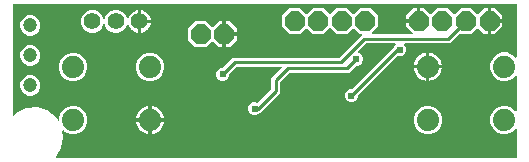
<source format=gbr>
G04 EAGLE Gerber X2 export*
G04 #@! %TF.Part,Single*
G04 #@! %TF.FileFunction,Copper,L2,Bot,Mixed*
G04 #@! %TF.FilePolarity,Positive*
G04 #@! %TF.GenerationSoftware,Autodesk,EAGLE,8.6.0*
G04 #@! %TF.CreationDate,2018-03-03T07:27:46Z*
G75*
%MOMM*%
%FSLAX34Y34*%
%LPD*%
%AMOC8*
5,1,8,0,0,1.08239X$1,22.5*%
G01*
%ADD10P,1.814519X8X202.500000*%
%ADD11P,1.814519X8X22.500000*%
%ADD12C,1.879600*%
%ADD13C,1.422400*%
%ADD14C,1.200000*%
%ADD15C,0.604000*%
%ADD16C,0.254000*%

G36*
X452178Y35084D02*
X452178Y35084D01*
X452197Y35082D01*
X452299Y35104D01*
X452401Y35120D01*
X452418Y35130D01*
X452438Y35134D01*
X452527Y35187D01*
X452618Y35236D01*
X452632Y35250D01*
X452649Y35260D01*
X452716Y35339D01*
X452788Y35414D01*
X452796Y35432D01*
X452809Y35447D01*
X452848Y35543D01*
X452891Y35637D01*
X452893Y35657D01*
X452901Y35675D01*
X452919Y35842D01*
X452919Y59080D01*
X452908Y59150D01*
X452906Y59222D01*
X452888Y59271D01*
X452880Y59322D01*
X452846Y59386D01*
X452821Y59453D01*
X452789Y59494D01*
X452764Y59540D01*
X452712Y59589D01*
X452668Y59645D01*
X452624Y59673D01*
X452586Y59709D01*
X452521Y59739D01*
X452461Y59778D01*
X452410Y59791D01*
X452363Y59813D01*
X452292Y59821D01*
X452222Y59838D01*
X452170Y59834D01*
X452119Y59840D01*
X452048Y59825D01*
X451977Y59819D01*
X451929Y59799D01*
X451878Y59788D01*
X451817Y59751D01*
X451751Y59723D01*
X451695Y59678D01*
X451667Y59661D01*
X451652Y59644D01*
X451620Y59618D01*
X449275Y57273D01*
X444887Y55455D01*
X440137Y55455D01*
X435749Y57273D01*
X432391Y60631D01*
X430573Y65019D01*
X430573Y69769D01*
X432391Y74157D01*
X435749Y77515D01*
X440137Y79333D01*
X444887Y79333D01*
X449275Y77515D01*
X451620Y75170D01*
X451678Y75128D01*
X451730Y75079D01*
X451777Y75057D01*
X451819Y75027D01*
X451888Y75006D01*
X451953Y74975D01*
X452005Y74970D01*
X452055Y74954D01*
X452126Y74956D01*
X452197Y74948D01*
X452248Y74959D01*
X452300Y74961D01*
X452368Y74985D01*
X452438Y75000D01*
X452483Y75027D01*
X452531Y75045D01*
X452587Y75090D01*
X452649Y75127D01*
X452683Y75166D01*
X452723Y75199D01*
X452762Y75259D01*
X452809Y75314D01*
X452828Y75362D01*
X452856Y75406D01*
X452874Y75475D01*
X452901Y75542D01*
X452909Y75613D01*
X452917Y75644D01*
X452915Y75668D01*
X452919Y75708D01*
X452919Y104292D01*
X452908Y104362D01*
X452906Y104434D01*
X452888Y104483D01*
X452880Y104534D01*
X452846Y104598D01*
X452821Y104665D01*
X452789Y104706D01*
X452764Y104752D01*
X452712Y104801D01*
X452668Y104857D01*
X452624Y104885D01*
X452586Y104921D01*
X452521Y104951D01*
X452461Y104990D01*
X452410Y105003D01*
X452363Y105025D01*
X452292Y105033D01*
X452222Y105050D01*
X452170Y105046D01*
X452119Y105052D01*
X452048Y105037D01*
X451977Y105031D01*
X451929Y105011D01*
X451878Y105000D01*
X451817Y104963D01*
X451751Y104935D01*
X451695Y104890D01*
X451667Y104873D01*
X451652Y104856D01*
X451620Y104830D01*
X449275Y102485D01*
X444887Y100667D01*
X440137Y100667D01*
X435749Y102485D01*
X432391Y105843D01*
X430573Y110231D01*
X430573Y114981D01*
X432391Y119369D01*
X435749Y122727D01*
X440137Y124545D01*
X444887Y124545D01*
X449275Y122727D01*
X451620Y120382D01*
X451678Y120340D01*
X451730Y120291D01*
X451777Y120269D01*
X451819Y120239D01*
X451888Y120218D01*
X451953Y120187D01*
X452005Y120182D01*
X452055Y120166D01*
X452126Y120168D01*
X452197Y120160D01*
X452248Y120171D01*
X452300Y120173D01*
X452368Y120197D01*
X452438Y120212D01*
X452483Y120239D01*
X452531Y120257D01*
X452587Y120302D01*
X452649Y120339D01*
X452683Y120378D01*
X452723Y120411D01*
X452762Y120471D01*
X452809Y120526D01*
X452828Y120574D01*
X452856Y120618D01*
X452874Y120687D01*
X452901Y120754D01*
X452909Y120825D01*
X452917Y120856D01*
X452915Y120880D01*
X452919Y120920D01*
X452919Y165158D01*
X452916Y165178D01*
X452918Y165197D01*
X452896Y165299D01*
X452880Y165401D01*
X452870Y165418D01*
X452866Y165438D01*
X452813Y165527D01*
X452764Y165618D01*
X452750Y165632D01*
X452740Y165649D01*
X452661Y165716D01*
X452586Y165788D01*
X452568Y165796D01*
X452553Y165809D01*
X452457Y165848D01*
X452363Y165891D01*
X452343Y165893D01*
X452325Y165901D01*
X452158Y165919D01*
X26842Y165919D01*
X26822Y165916D01*
X26803Y165918D01*
X26701Y165896D01*
X26599Y165880D01*
X26582Y165870D01*
X26562Y165866D01*
X26473Y165813D01*
X26382Y165764D01*
X26368Y165750D01*
X26351Y165740D01*
X26284Y165661D01*
X26212Y165586D01*
X26204Y165568D01*
X26191Y165553D01*
X26152Y165457D01*
X26109Y165363D01*
X26107Y165343D01*
X26099Y165325D01*
X26081Y165158D01*
X26081Y71884D01*
X26095Y71796D01*
X26102Y71707D01*
X26115Y71675D01*
X26120Y71641D01*
X26162Y71563D01*
X26197Y71480D01*
X26219Y71454D01*
X26236Y71424D01*
X26300Y71363D01*
X26359Y71296D01*
X26389Y71278D01*
X26414Y71254D01*
X26495Y71217D01*
X26572Y71172D01*
X26606Y71165D01*
X26637Y71151D01*
X26726Y71141D01*
X26813Y71123D01*
X26847Y71128D01*
X26881Y71124D01*
X26968Y71143D01*
X27057Y71154D01*
X27088Y71169D01*
X27122Y71176D01*
X27198Y71222D01*
X27279Y71260D01*
X27312Y71289D01*
X27333Y71302D01*
X27354Y71326D01*
X27405Y71371D01*
X28893Y73004D01*
X37140Y77111D01*
X46313Y77961D01*
X55174Y75440D01*
X62525Y69888D01*
X64141Y67278D01*
X64165Y67251D01*
X64182Y67219D01*
X64245Y67159D01*
X64302Y67093D01*
X64334Y67075D01*
X64360Y67050D01*
X64439Y67013D01*
X64515Y66969D01*
X64550Y66961D01*
X64583Y66946D01*
X64670Y66936D01*
X64755Y66919D01*
X64792Y66923D01*
X64827Y66919D01*
X64913Y66938D01*
X65000Y66948D01*
X65032Y66964D01*
X65068Y66971D01*
X65143Y67016D01*
X65222Y67054D01*
X65248Y67079D01*
X65279Y67097D01*
X65336Y67164D01*
X65399Y67225D01*
X65415Y67257D01*
X65439Y67284D01*
X65472Y67366D01*
X65512Y67443D01*
X65517Y67479D01*
X65531Y67513D01*
X65549Y67679D01*
X65549Y69669D01*
X67367Y74057D01*
X70725Y77415D01*
X75113Y79233D01*
X79863Y79233D01*
X84251Y77415D01*
X87609Y74057D01*
X89427Y69669D01*
X89427Y64919D01*
X87609Y60531D01*
X84251Y57173D01*
X79863Y55355D01*
X75113Y55355D01*
X70725Y57173D01*
X69465Y58433D01*
X69450Y58444D01*
X69439Y58458D01*
X69350Y58515D01*
X69266Y58576D01*
X69248Y58582D01*
X69232Y58592D01*
X69130Y58618D01*
X69030Y58649D01*
X69012Y58648D01*
X68994Y58653D01*
X68889Y58645D01*
X68785Y58642D01*
X68767Y58636D01*
X68749Y58635D01*
X68652Y58594D01*
X68554Y58558D01*
X68539Y58546D01*
X68522Y58539D01*
X68443Y58470D01*
X68362Y58404D01*
X68351Y58388D01*
X68338Y58376D01*
X68285Y58285D01*
X68229Y58197D01*
X68224Y58179D01*
X68215Y58163D01*
X68194Y58060D01*
X68168Y57959D01*
X68170Y57940D01*
X68166Y57922D01*
X68179Y57755D01*
X69068Y53000D01*
X67375Y43945D01*
X62606Y36243D01*
X62565Y36144D01*
X62520Y36047D01*
X62518Y36031D01*
X62512Y36015D01*
X62505Y35909D01*
X62493Y35803D01*
X62497Y35786D01*
X62495Y35770D01*
X62523Y35667D01*
X62545Y35562D01*
X62554Y35548D01*
X62558Y35532D01*
X62617Y35443D01*
X62671Y35351D01*
X62684Y35340D01*
X62693Y35327D01*
X62777Y35261D01*
X62858Y35191D01*
X62874Y35185D01*
X62887Y35175D01*
X62987Y35139D01*
X63087Y35099D01*
X63107Y35097D01*
X63118Y35093D01*
X63149Y35092D01*
X63253Y35081D01*
X452158Y35081D01*
X452178Y35084D01*
G37*
%LPC*%
G36*
X229894Y71439D02*
X229894Y71439D01*
X227850Y72286D01*
X226286Y73850D01*
X225439Y75894D01*
X225439Y78106D01*
X226286Y80150D01*
X227850Y81714D01*
X229894Y82561D01*
X232106Y82561D01*
X233097Y82150D01*
X233211Y82124D01*
X233324Y82095D01*
X233330Y82096D01*
X233336Y82094D01*
X233453Y82105D01*
X233569Y82114D01*
X233575Y82117D01*
X233581Y82117D01*
X233689Y82165D01*
X233795Y82211D01*
X233801Y82215D01*
X233806Y82217D01*
X233819Y82230D01*
X233926Y82315D01*
X244966Y93356D01*
X245019Y93429D01*
X245079Y93499D01*
X245091Y93529D01*
X245110Y93555D01*
X245137Y93642D01*
X245171Y93727D01*
X245175Y93768D01*
X245182Y93790D01*
X245181Y93823D01*
X245189Y93894D01*
X245189Y102578D01*
X253701Y111090D01*
X253742Y111148D01*
X253792Y111200D01*
X253814Y111247D01*
X253844Y111289D01*
X253865Y111358D01*
X253895Y111423D01*
X253901Y111475D01*
X253916Y111525D01*
X253915Y111596D01*
X253922Y111667D01*
X253911Y111718D01*
X253910Y111770D01*
X253885Y111838D01*
X253870Y111908D01*
X253844Y111953D01*
X253826Y112001D01*
X253781Y112057D01*
X253744Y112119D01*
X253704Y112153D01*
X253672Y112193D01*
X253612Y112232D01*
X253557Y112279D01*
X253509Y112298D01*
X253465Y112326D01*
X253396Y112344D01*
X253329Y112371D01*
X253258Y112379D01*
X253226Y112387D01*
X253203Y112385D01*
X253162Y112389D01*
X215894Y112389D01*
X215804Y112375D01*
X215713Y112367D01*
X215683Y112355D01*
X215651Y112350D01*
X215570Y112307D01*
X215486Y112271D01*
X215454Y112245D01*
X215434Y112234D01*
X215411Y112211D01*
X215356Y112166D01*
X209684Y106494D01*
X209631Y106421D01*
X209571Y106351D01*
X209559Y106321D01*
X209540Y106295D01*
X209513Y106208D01*
X209479Y106123D01*
X209475Y106082D01*
X209468Y106060D01*
X209469Y106027D01*
X209461Y105956D01*
X209461Y104994D01*
X208614Y102950D01*
X207050Y101386D01*
X205006Y100539D01*
X202794Y100539D01*
X200750Y101386D01*
X199186Y102950D01*
X198339Y104994D01*
X198339Y107206D01*
X199186Y109250D01*
X200750Y110814D01*
X202794Y111661D01*
X203756Y111661D01*
X203846Y111675D01*
X203937Y111683D01*
X203967Y111695D01*
X203999Y111700D01*
X204080Y111743D01*
X204164Y111779D01*
X204196Y111805D01*
X204216Y111816D01*
X204239Y111839D01*
X204294Y111884D01*
X212422Y120011D01*
X302306Y120011D01*
X302396Y120025D01*
X302487Y120033D01*
X302517Y120045D01*
X302549Y120050D01*
X302630Y120093D01*
X302714Y120129D01*
X302746Y120155D01*
X302766Y120166D01*
X302789Y120189D01*
X302845Y120234D01*
X319966Y137355D01*
X319966Y137356D01*
X321589Y138978D01*
X321630Y139036D01*
X321680Y139088D01*
X321702Y139135D01*
X321732Y139177D01*
X321753Y139246D01*
X321783Y139311D01*
X321789Y139363D01*
X321804Y139413D01*
X321803Y139484D01*
X321810Y139555D01*
X321799Y139606D01*
X321798Y139658D01*
X321773Y139726D01*
X321758Y139796D01*
X321732Y139841D01*
X321714Y139889D01*
X321669Y139945D01*
X321632Y140007D01*
X321592Y140041D01*
X321560Y140081D01*
X321500Y140120D01*
X321445Y140167D01*
X321397Y140186D01*
X321353Y140214D01*
X321284Y140232D01*
X321217Y140259D01*
X321146Y140267D01*
X321114Y140275D01*
X321091Y140273D01*
X321050Y140277D01*
X320276Y140277D01*
X315338Y145215D01*
X315322Y145226D01*
X315310Y145242D01*
X315222Y145298D01*
X315139Y145358D01*
X315120Y145364D01*
X315103Y145375D01*
X315002Y145400D01*
X314903Y145431D01*
X314884Y145430D01*
X314864Y145435D01*
X314761Y145427D01*
X314658Y145424D01*
X314639Y145417D01*
X314619Y145416D01*
X314524Y145375D01*
X314427Y145340D01*
X314411Y145327D01*
X314393Y145319D01*
X314262Y145215D01*
X309324Y140277D01*
X300276Y140277D01*
X295338Y145215D01*
X295322Y145226D01*
X295310Y145242D01*
X295222Y145298D01*
X295139Y145358D01*
X295120Y145364D01*
X295103Y145375D01*
X295002Y145400D01*
X294903Y145431D01*
X294884Y145430D01*
X294864Y145435D01*
X294761Y145427D01*
X294658Y145424D01*
X294639Y145417D01*
X294619Y145416D01*
X294524Y145375D01*
X294427Y145340D01*
X294411Y145327D01*
X294393Y145319D01*
X294262Y145215D01*
X289324Y140277D01*
X280276Y140277D01*
X275338Y145215D01*
X275322Y145226D01*
X275310Y145242D01*
X275222Y145298D01*
X275139Y145358D01*
X275120Y145364D01*
X275103Y145375D01*
X275002Y145400D01*
X274903Y145431D01*
X274884Y145430D01*
X274864Y145435D01*
X274761Y145427D01*
X274658Y145424D01*
X274639Y145417D01*
X274619Y145416D01*
X274524Y145375D01*
X274427Y145340D01*
X274411Y145327D01*
X274393Y145319D01*
X274262Y145215D01*
X269324Y140277D01*
X260276Y140277D01*
X253877Y146676D01*
X253877Y155724D01*
X260276Y162123D01*
X269324Y162123D01*
X274262Y157185D01*
X274278Y157174D01*
X274290Y157158D01*
X274378Y157102D01*
X274461Y157042D01*
X274480Y157036D01*
X274497Y157025D01*
X274598Y157000D01*
X274697Y156969D01*
X274716Y156970D01*
X274736Y156965D01*
X274839Y156973D01*
X274942Y156976D01*
X274961Y156983D01*
X274981Y156984D01*
X275076Y157025D01*
X275173Y157060D01*
X275189Y157073D01*
X275207Y157081D01*
X275338Y157185D01*
X280276Y162123D01*
X289324Y162123D01*
X294262Y157185D01*
X294278Y157174D01*
X294290Y157158D01*
X294378Y157102D01*
X294461Y157042D01*
X294480Y157036D01*
X294497Y157025D01*
X294598Y157000D01*
X294697Y156969D01*
X294716Y156970D01*
X294736Y156965D01*
X294839Y156973D01*
X294942Y156976D01*
X294961Y156983D01*
X294981Y156984D01*
X295076Y157025D01*
X295173Y157060D01*
X295189Y157073D01*
X295207Y157081D01*
X295338Y157185D01*
X300276Y162123D01*
X309324Y162123D01*
X314262Y157185D01*
X314278Y157174D01*
X314290Y157158D01*
X314378Y157102D01*
X314461Y157042D01*
X314480Y157036D01*
X314497Y157025D01*
X314598Y157000D01*
X314697Y156969D01*
X314716Y156970D01*
X314736Y156965D01*
X314839Y156973D01*
X314942Y156976D01*
X314961Y156983D01*
X314981Y156984D01*
X315076Y157025D01*
X315173Y157060D01*
X315189Y157073D01*
X315207Y157081D01*
X315338Y157185D01*
X320276Y162123D01*
X329324Y162123D01*
X335723Y155724D01*
X335723Y146676D01*
X330157Y141110D01*
X330115Y141052D01*
X330066Y141000D01*
X330044Y140953D01*
X330014Y140911D01*
X329993Y140842D01*
X329962Y140777D01*
X329957Y140725D01*
X329941Y140675D01*
X329943Y140604D01*
X329935Y140533D01*
X329946Y140482D01*
X329948Y140430D01*
X329972Y140362D01*
X329988Y140292D01*
X330014Y140247D01*
X330032Y140199D01*
X330077Y140143D01*
X330114Y140081D01*
X330153Y140047D01*
X330186Y140007D01*
X330246Y139968D01*
X330301Y139921D01*
X330349Y139902D01*
X330393Y139874D01*
X330462Y139856D01*
X330529Y139829D01*
X330600Y139821D01*
X330631Y139813D01*
X330655Y139815D01*
X330696Y139811D01*
X364204Y139811D01*
X364275Y139822D01*
X364347Y139824D01*
X364396Y139842D01*
X364447Y139850D01*
X364510Y139884D01*
X364578Y139909D01*
X364618Y139941D01*
X364665Y139966D01*
X364714Y140018D01*
X364770Y140062D01*
X364798Y140106D01*
X364834Y140144D01*
X364864Y140209D01*
X364903Y140269D01*
X364916Y140320D01*
X364938Y140367D01*
X364945Y140438D01*
X364963Y140508D01*
X364959Y140560D01*
X364965Y140611D01*
X364949Y140682D01*
X364944Y140753D01*
X364923Y140801D01*
X364912Y140852D01*
X364876Y140913D01*
X364847Y140979D01*
X364803Y141035D01*
X364786Y141063D01*
X364768Y141078D01*
X364743Y141110D01*
X358977Y146876D01*
X358977Y149877D01*
X369138Y149877D01*
X369158Y149880D01*
X369177Y149878D01*
X369279Y149900D01*
X369381Y149917D01*
X369398Y149926D01*
X369418Y149930D01*
X369507Y149983D01*
X369598Y150032D01*
X369612Y150046D01*
X369629Y150056D01*
X369696Y150135D01*
X369767Y150210D01*
X369776Y150228D01*
X369789Y150243D01*
X369827Y150339D01*
X369871Y150433D01*
X369873Y150453D01*
X369881Y150471D01*
X369899Y150638D01*
X369899Y151401D01*
X370662Y151401D01*
X370682Y151404D01*
X370701Y151402D01*
X370803Y151424D01*
X370905Y151441D01*
X370922Y151450D01*
X370942Y151454D01*
X371031Y151507D01*
X371122Y151556D01*
X371136Y151570D01*
X371153Y151580D01*
X371220Y151659D01*
X371291Y151734D01*
X371300Y151752D01*
X371313Y151767D01*
X371352Y151863D01*
X371395Y151957D01*
X371397Y151977D01*
X371405Y151995D01*
X371423Y152162D01*
X371423Y162323D01*
X374424Y162323D01*
X379362Y157385D01*
X379378Y157374D01*
X379390Y157358D01*
X379478Y157302D01*
X379561Y157242D01*
X379580Y157236D01*
X379597Y157225D01*
X379698Y157200D01*
X379797Y157169D01*
X379816Y157170D01*
X379836Y157165D01*
X379939Y157173D01*
X380042Y157176D01*
X380061Y157183D01*
X380081Y157184D01*
X380176Y157225D01*
X380273Y157260D01*
X380289Y157273D01*
X380307Y157281D01*
X380438Y157385D01*
X385376Y162323D01*
X394424Y162323D01*
X399362Y157385D01*
X399378Y157374D01*
X399390Y157358D01*
X399478Y157302D01*
X399561Y157242D01*
X399580Y157236D01*
X399597Y157225D01*
X399698Y157200D01*
X399797Y157169D01*
X399816Y157170D01*
X399836Y157165D01*
X399939Y157173D01*
X400042Y157176D01*
X400061Y157183D01*
X400081Y157184D01*
X400176Y157225D01*
X400273Y157260D01*
X400289Y157273D01*
X400307Y157281D01*
X400438Y157385D01*
X405376Y162323D01*
X414424Y162323D01*
X419362Y157385D01*
X419378Y157374D01*
X419390Y157358D01*
X419478Y157302D01*
X419561Y157242D01*
X419580Y157236D01*
X419597Y157225D01*
X419698Y157200D01*
X419797Y157169D01*
X419816Y157170D01*
X419836Y157165D01*
X419939Y157173D01*
X420042Y157176D01*
X420061Y157183D01*
X420081Y157184D01*
X420176Y157225D01*
X420273Y157260D01*
X420289Y157273D01*
X420307Y157281D01*
X420438Y157385D01*
X425376Y162323D01*
X428377Y162323D01*
X428377Y152162D01*
X428380Y152142D01*
X428378Y152123D01*
X428400Y152021D01*
X428417Y151919D01*
X428426Y151902D01*
X428430Y151882D01*
X428483Y151793D01*
X428532Y151702D01*
X428546Y151688D01*
X428556Y151671D01*
X428635Y151604D01*
X428710Y151533D01*
X428728Y151524D01*
X428743Y151511D01*
X428839Y151473D01*
X428933Y151429D01*
X428953Y151427D01*
X428971Y151419D01*
X429138Y151401D01*
X429901Y151401D01*
X429901Y151399D01*
X429138Y151399D01*
X429118Y151396D01*
X429099Y151398D01*
X428997Y151376D01*
X428895Y151359D01*
X428878Y151350D01*
X428858Y151346D01*
X428769Y151293D01*
X428678Y151244D01*
X428664Y151230D01*
X428647Y151220D01*
X428580Y151141D01*
X428509Y151066D01*
X428500Y151048D01*
X428487Y151033D01*
X428448Y150937D01*
X428405Y150843D01*
X428403Y150823D01*
X428395Y150805D01*
X428377Y150638D01*
X428377Y140477D01*
X425376Y140477D01*
X420438Y145415D01*
X420422Y145426D01*
X420410Y145442D01*
X420323Y145498D01*
X420239Y145558D01*
X420220Y145564D01*
X420203Y145575D01*
X420102Y145600D01*
X420003Y145631D01*
X419984Y145630D01*
X419964Y145635D01*
X419861Y145627D01*
X419758Y145624D01*
X419739Y145617D01*
X419719Y145616D01*
X419624Y145575D01*
X419527Y145540D01*
X419511Y145527D01*
X419493Y145519D01*
X419362Y145415D01*
X414424Y140477D01*
X405371Y140477D01*
X405294Y140527D01*
X405210Y140587D01*
X405191Y140593D01*
X405174Y140604D01*
X405074Y140629D01*
X404975Y140659D01*
X404955Y140659D01*
X404935Y140664D01*
X404832Y140656D01*
X404729Y140653D01*
X404710Y140646D01*
X404690Y140645D01*
X404595Y140604D01*
X404498Y140569D01*
X404482Y140556D01*
X404464Y140548D01*
X404333Y140444D01*
X396078Y132189D01*
X358413Y132189D01*
X358342Y132178D01*
X358270Y132176D01*
X358221Y132158D01*
X358170Y132150D01*
X358106Y132116D01*
X358039Y132091D01*
X357998Y132059D01*
X357952Y132034D01*
X357903Y131982D01*
X357847Y131938D01*
X357819Y131894D01*
X357783Y131856D01*
X357753Y131791D01*
X357714Y131731D01*
X357701Y131680D01*
X357679Y131633D01*
X357672Y131562D01*
X357654Y131492D01*
X357658Y131440D01*
X357652Y131389D01*
X357668Y131318D01*
X357673Y131247D01*
X357694Y131199D01*
X357705Y131148D01*
X357741Y131087D01*
X357769Y131021D01*
X357814Y130965D01*
X357831Y130937D01*
X357849Y130922D01*
X357874Y130890D01*
X358714Y130050D01*
X359561Y128006D01*
X359561Y125794D01*
X358714Y123750D01*
X357150Y122186D01*
X355106Y121339D01*
X352894Y121339D01*
X352540Y121486D01*
X352427Y121512D01*
X352313Y121541D01*
X352306Y121541D01*
X352300Y121542D01*
X352184Y121531D01*
X352067Y121522D01*
X352062Y121520D01*
X352055Y121519D01*
X351948Y121471D01*
X351841Y121426D01*
X351835Y121421D01*
X351831Y121419D01*
X351817Y121406D01*
X351710Y121321D01*
X318784Y88394D01*
X318731Y88321D01*
X318671Y88251D01*
X318659Y88221D01*
X318640Y88195D01*
X318613Y88108D01*
X318579Y88023D01*
X318575Y87982D01*
X318568Y87960D01*
X318569Y87927D01*
X318561Y87856D01*
X318561Y86894D01*
X317714Y84850D01*
X316150Y83286D01*
X314106Y82439D01*
X311894Y82439D01*
X309850Y83286D01*
X308286Y84850D01*
X307439Y86894D01*
X307439Y89106D01*
X308286Y91150D01*
X309850Y92714D01*
X311894Y93561D01*
X312856Y93561D01*
X312946Y93575D01*
X313037Y93583D01*
X313067Y93595D01*
X313099Y93600D01*
X313180Y93643D01*
X313264Y93679D01*
X313296Y93705D01*
X313316Y93716D01*
X313339Y93739D01*
X313394Y93784D01*
X348914Y129303D01*
X348952Y129356D01*
X348998Y129403D01*
X349038Y129476D01*
X349057Y129503D01*
X349063Y129521D01*
X349079Y129550D01*
X349286Y130050D01*
X350126Y130890D01*
X350168Y130948D01*
X350217Y131000D01*
X350239Y131047D01*
X350269Y131089D01*
X350290Y131158D01*
X350321Y131223D01*
X350326Y131275D01*
X350342Y131325D01*
X350340Y131396D01*
X350348Y131467D01*
X350337Y131518D01*
X350335Y131570D01*
X350311Y131638D01*
X350295Y131708D01*
X350269Y131753D01*
X350251Y131801D01*
X350206Y131857D01*
X350169Y131919D01*
X350130Y131953D01*
X350097Y131993D01*
X350037Y132032D01*
X349982Y132079D01*
X349934Y132098D01*
X349890Y132126D01*
X349821Y132144D01*
X349754Y132171D01*
X349683Y132179D01*
X349652Y132187D01*
X349628Y132185D01*
X349587Y132189D01*
X325894Y132189D01*
X325804Y132175D01*
X325713Y132167D01*
X325683Y132155D01*
X325651Y132150D01*
X325570Y132107D01*
X325486Y132071D01*
X325454Y132045D01*
X325434Y132034D01*
X325411Y132011D01*
X325355Y131966D01*
X318801Y125412D01*
X318775Y125375D01*
X318741Y125344D01*
X318703Y125275D01*
X318658Y125212D01*
X318644Y125169D01*
X318622Y125128D01*
X318608Y125052D01*
X318585Y124977D01*
X318587Y124931D01*
X318578Y124886D01*
X318590Y124809D01*
X318592Y124731D01*
X318608Y124688D01*
X318614Y124643D01*
X318649Y124574D01*
X318676Y124500D01*
X318705Y124465D01*
X318726Y124424D01*
X318781Y124369D01*
X318830Y124308D01*
X318868Y124284D01*
X318901Y124251D01*
X319021Y124185D01*
X319037Y124175D01*
X319042Y124174D01*
X319048Y124170D01*
X320150Y123714D01*
X321714Y122150D01*
X322561Y120106D01*
X322561Y117894D01*
X321714Y115850D01*
X320150Y114286D01*
X318106Y113439D01*
X317144Y113439D01*
X317054Y113425D01*
X316963Y113417D01*
X316933Y113405D01*
X316901Y113400D01*
X316820Y113357D01*
X316736Y113321D01*
X316704Y113295D01*
X316684Y113284D01*
X316661Y113261D01*
X316606Y113216D01*
X310578Y107189D01*
X260894Y107189D01*
X260804Y107175D01*
X260713Y107167D01*
X260683Y107155D01*
X260651Y107150D01*
X260570Y107107D01*
X260486Y107071D01*
X260454Y107045D01*
X260434Y107034D01*
X260411Y107011D01*
X260356Y106966D01*
X253034Y99644D01*
X252981Y99571D01*
X252921Y99501D01*
X252909Y99471D01*
X252890Y99445D01*
X252863Y99358D01*
X252829Y99273D01*
X252825Y99232D01*
X252818Y99210D01*
X252819Y99177D01*
X252811Y99106D01*
X252811Y90422D01*
X235578Y73189D01*
X235369Y73189D01*
X235279Y73175D01*
X235188Y73167D01*
X235158Y73155D01*
X235126Y73150D01*
X235045Y73107D01*
X234961Y73071D01*
X234929Y73045D01*
X234909Y73034D01*
X234886Y73011D01*
X234830Y72966D01*
X234150Y72286D01*
X232106Y71439D01*
X229894Y71439D01*
G37*
%LPD*%
%LPC*%
G36*
X91580Y141147D02*
X91580Y141147D01*
X88032Y142617D01*
X85317Y145332D01*
X83847Y148880D01*
X83847Y152720D01*
X85317Y156268D01*
X88032Y158983D01*
X91580Y160453D01*
X95420Y160453D01*
X98968Y158983D01*
X101683Y156268D01*
X102797Y153580D01*
X102835Y153519D01*
X102864Y153453D01*
X102899Y153415D01*
X102926Y153371D01*
X102982Y153325D01*
X103030Y153272D01*
X103076Y153247D01*
X103116Y153214D01*
X103183Y153188D01*
X103246Y153153D01*
X103297Y153144D01*
X103345Y153126D01*
X103417Y153122D01*
X103488Y153110D01*
X103539Y153117D01*
X103591Y153115D01*
X103660Y153135D01*
X103731Y153146D01*
X103777Y153169D01*
X103827Y153184D01*
X103886Y153224D01*
X103950Y153257D01*
X103987Y153294D01*
X104029Y153324D01*
X104072Y153381D01*
X104122Y153433D01*
X104157Y153495D01*
X104176Y153521D01*
X104183Y153544D01*
X104203Y153580D01*
X105317Y156268D01*
X108032Y158983D01*
X111580Y160453D01*
X115420Y160453D01*
X118968Y158983D01*
X121683Y156268D01*
X122824Y153515D01*
X122877Y153429D01*
X122925Y153340D01*
X122941Y153325D01*
X122953Y153306D01*
X123031Y153241D01*
X123105Y153172D01*
X123126Y153163D01*
X123143Y153149D01*
X123237Y153113D01*
X123329Y153071D01*
X123352Y153069D01*
X123372Y153061D01*
X123473Y153056D01*
X123574Y153046D01*
X123596Y153051D01*
X123618Y153050D01*
X123715Y153078D01*
X123814Y153101D01*
X123833Y153113D01*
X123854Y153119D01*
X123937Y153176D01*
X124024Y153229D01*
X124038Y153246D01*
X124056Y153259D01*
X124117Y153340D01*
X124182Y153418D01*
X124193Y153443D01*
X124203Y153456D01*
X124213Y153488D01*
X124251Y153571D01*
X124554Y154505D01*
X125244Y155859D01*
X126137Y157088D01*
X127212Y158163D01*
X128441Y159056D01*
X129795Y159746D01*
X131240Y160215D01*
X131977Y160332D01*
X131977Y151562D01*
X131980Y151542D01*
X131978Y151523D01*
X132000Y151421D01*
X132017Y151319D01*
X132026Y151302D01*
X132030Y151282D01*
X132083Y151193D01*
X132132Y151102D01*
X132146Y151088D01*
X132156Y151071D01*
X132235Y151004D01*
X132310Y150933D01*
X132328Y150924D01*
X132343Y150911D01*
X132439Y150873D01*
X132533Y150829D01*
X132553Y150827D01*
X132571Y150819D01*
X132738Y150801D01*
X133501Y150801D01*
X133501Y150799D01*
X132738Y150799D01*
X132718Y150796D01*
X132699Y150798D01*
X132597Y150776D01*
X132495Y150759D01*
X132478Y150750D01*
X132458Y150746D01*
X132369Y150693D01*
X132278Y150644D01*
X132264Y150630D01*
X132247Y150620D01*
X132180Y150541D01*
X132109Y150466D01*
X132100Y150448D01*
X132087Y150433D01*
X132048Y150337D01*
X132005Y150243D01*
X132003Y150223D01*
X131995Y150205D01*
X131977Y150038D01*
X131977Y141268D01*
X131240Y141385D01*
X129795Y141854D01*
X128441Y142544D01*
X127212Y143437D01*
X126137Y144512D01*
X125244Y145741D01*
X124554Y147095D01*
X124251Y148029D01*
X124204Y148119D01*
X124163Y148212D01*
X124148Y148228D01*
X124138Y148248D01*
X124065Y148318D01*
X123997Y148393D01*
X123977Y148403D01*
X123961Y148419D01*
X123870Y148463D01*
X123781Y148511D01*
X123759Y148515D01*
X123739Y148525D01*
X123639Y148537D01*
X123539Y148555D01*
X123517Y148552D01*
X123495Y148555D01*
X123396Y148534D01*
X123296Y148519D01*
X123276Y148509D01*
X123254Y148505D01*
X123167Y148454D01*
X123077Y148408D01*
X123061Y148392D01*
X123042Y148381D01*
X122976Y148305D01*
X122904Y148232D01*
X122891Y148208D01*
X122880Y148196D01*
X122868Y148165D01*
X122824Y148085D01*
X121683Y145332D01*
X118968Y142617D01*
X115420Y141147D01*
X111580Y141147D01*
X108032Y142617D01*
X105317Y145332D01*
X104203Y148020D01*
X104165Y148081D01*
X104136Y148147D01*
X104101Y148185D01*
X104074Y148229D01*
X104018Y148275D01*
X103970Y148328D01*
X103924Y148353D01*
X103884Y148386D01*
X103817Y148412D01*
X103754Y148447D01*
X103703Y148456D01*
X103655Y148474D01*
X103583Y148478D01*
X103512Y148490D01*
X103461Y148483D01*
X103409Y148485D01*
X103340Y148465D01*
X103269Y148454D01*
X103223Y148431D01*
X103173Y148416D01*
X103114Y148376D01*
X103050Y148343D01*
X103013Y148306D01*
X102971Y148276D01*
X102928Y148219D01*
X102878Y148167D01*
X102843Y148105D01*
X102824Y148079D01*
X102817Y148056D01*
X102797Y148020D01*
X101683Y145332D01*
X98968Y142617D01*
X95420Y141147D01*
X91580Y141147D01*
G37*
%LPD*%
%LPC*%
G36*
X180676Y129077D02*
X180676Y129077D01*
X174277Y135476D01*
X174277Y144524D01*
X180676Y150923D01*
X189724Y150923D01*
X194662Y145985D01*
X194678Y145974D01*
X194690Y145958D01*
X194778Y145902D01*
X194861Y145842D01*
X194880Y145836D01*
X194897Y145825D01*
X194998Y145800D01*
X195097Y145769D01*
X195116Y145770D01*
X195136Y145765D01*
X195239Y145773D01*
X195342Y145776D01*
X195361Y145783D01*
X195381Y145784D01*
X195476Y145825D01*
X195573Y145860D01*
X195589Y145873D01*
X195607Y145881D01*
X195738Y145985D01*
X200676Y150923D01*
X203677Y150923D01*
X203677Y140762D01*
X203680Y140742D01*
X203678Y140723D01*
X203700Y140621D01*
X203717Y140519D01*
X203726Y140502D01*
X203730Y140482D01*
X203783Y140393D01*
X203832Y140302D01*
X203846Y140288D01*
X203856Y140271D01*
X203935Y140204D01*
X204010Y140133D01*
X204028Y140124D01*
X204043Y140111D01*
X204139Y140073D01*
X204233Y140029D01*
X204253Y140027D01*
X204271Y140019D01*
X204438Y140001D01*
X205201Y140001D01*
X205201Y139999D01*
X204438Y139999D01*
X204418Y139996D01*
X204399Y139998D01*
X204297Y139976D01*
X204195Y139959D01*
X204178Y139950D01*
X204158Y139946D01*
X204069Y139893D01*
X203978Y139844D01*
X203964Y139830D01*
X203947Y139820D01*
X203880Y139741D01*
X203809Y139666D01*
X203800Y139648D01*
X203787Y139633D01*
X203748Y139537D01*
X203705Y139443D01*
X203703Y139423D01*
X203695Y139405D01*
X203677Y139238D01*
X203677Y129077D01*
X200676Y129077D01*
X195738Y134015D01*
X195722Y134026D01*
X195710Y134042D01*
X195622Y134098D01*
X195539Y134158D01*
X195520Y134164D01*
X195503Y134175D01*
X195402Y134200D01*
X195303Y134231D01*
X195284Y134230D01*
X195264Y134235D01*
X195161Y134227D01*
X195058Y134224D01*
X195039Y134217D01*
X195019Y134216D01*
X194924Y134175D01*
X194827Y134140D01*
X194811Y134127D01*
X194793Y134119D01*
X194662Y134015D01*
X189724Y129077D01*
X180676Y129077D01*
G37*
%LPD*%
%LPC*%
G36*
X140137Y100567D02*
X140137Y100567D01*
X135749Y102385D01*
X132391Y105743D01*
X130573Y110131D01*
X130573Y114881D01*
X132391Y119269D01*
X135749Y122627D01*
X140137Y124445D01*
X144887Y124445D01*
X149275Y122627D01*
X152633Y119269D01*
X154451Y114881D01*
X154451Y110131D01*
X152633Y105743D01*
X149275Y102385D01*
X144887Y100567D01*
X140137Y100567D01*
G37*
%LPD*%
%LPC*%
G36*
X75113Y100567D02*
X75113Y100567D01*
X70725Y102385D01*
X67367Y105743D01*
X65549Y110131D01*
X65549Y114881D01*
X67367Y119269D01*
X70725Y122627D01*
X75113Y124445D01*
X79863Y124445D01*
X84251Y122627D01*
X87609Y119269D01*
X89427Y114881D01*
X89427Y110131D01*
X87609Y105743D01*
X84251Y102385D01*
X79863Y100567D01*
X75113Y100567D01*
G37*
%LPD*%
%LPC*%
G36*
X375113Y55455D02*
X375113Y55455D01*
X370725Y57273D01*
X367367Y60631D01*
X365549Y65019D01*
X365549Y69769D01*
X367367Y74157D01*
X370725Y77515D01*
X375113Y79333D01*
X379863Y79333D01*
X384251Y77515D01*
X387609Y74157D01*
X389427Y69769D01*
X389427Y65019D01*
X387609Y60631D01*
X384251Y57273D01*
X379863Y55455D01*
X375113Y55455D01*
G37*
%LPD*%
%LPC*%
G36*
X39301Y138859D02*
X39301Y138859D01*
X36162Y140160D01*
X33760Y142562D01*
X32459Y145701D01*
X32459Y149099D01*
X33760Y152238D01*
X36162Y154640D01*
X39301Y155941D01*
X42699Y155941D01*
X45838Y154640D01*
X48240Y152238D01*
X49541Y149099D01*
X49541Y145701D01*
X48240Y142562D01*
X45838Y140160D01*
X42699Y138859D01*
X39301Y138859D01*
G37*
%LPD*%
%LPC*%
G36*
X39301Y113459D02*
X39301Y113459D01*
X36162Y114760D01*
X33760Y117162D01*
X32459Y120301D01*
X32459Y123699D01*
X33760Y126838D01*
X36162Y129240D01*
X39301Y130541D01*
X42699Y130541D01*
X45838Y129240D01*
X48240Y126838D01*
X49541Y123699D01*
X49541Y120301D01*
X48240Y117162D01*
X45838Y114760D01*
X42699Y113459D01*
X39301Y113459D01*
G37*
%LPD*%
%LPC*%
G36*
X39301Y88059D02*
X39301Y88059D01*
X36162Y89360D01*
X33760Y91762D01*
X32459Y94901D01*
X32459Y98299D01*
X33760Y101438D01*
X36162Y103840D01*
X39301Y105141D01*
X42699Y105141D01*
X45838Y103840D01*
X48240Y101438D01*
X49541Y98299D01*
X49541Y94901D01*
X48240Y91762D01*
X45838Y89360D01*
X42699Y88059D01*
X39301Y88059D01*
G37*
%LPD*%
%LPC*%
G36*
X379011Y114129D02*
X379011Y114129D01*
X379011Y124452D01*
X380284Y124251D01*
X382071Y123670D01*
X383745Y122817D01*
X385266Y121712D01*
X386594Y120384D01*
X387699Y118863D01*
X388552Y117189D01*
X389133Y115402D01*
X389334Y114129D01*
X379011Y114129D01*
G37*
%LPD*%
%LPC*%
G36*
X144035Y68817D02*
X144035Y68817D01*
X144035Y79140D01*
X145308Y78939D01*
X147095Y78358D01*
X148769Y77505D01*
X150290Y76400D01*
X151618Y75072D01*
X152723Y73551D01*
X153576Y71877D01*
X154157Y70090D01*
X154358Y68817D01*
X144035Y68817D01*
G37*
%LPD*%
%LPC*%
G36*
X365642Y114129D02*
X365642Y114129D01*
X365843Y115402D01*
X366424Y117189D01*
X367277Y118863D01*
X368382Y120384D01*
X369710Y121712D01*
X371231Y122817D01*
X372905Y123670D01*
X374692Y124251D01*
X375965Y124452D01*
X375965Y114129D01*
X365642Y114129D01*
G37*
%LPD*%
%LPC*%
G36*
X379011Y111083D02*
X379011Y111083D01*
X389334Y111083D01*
X389133Y109810D01*
X388552Y108023D01*
X387699Y106349D01*
X386594Y104828D01*
X385266Y103500D01*
X383745Y102395D01*
X382071Y101542D01*
X380284Y100961D01*
X379011Y100760D01*
X379011Y111083D01*
G37*
%LPD*%
%LPC*%
G36*
X130666Y68817D02*
X130666Y68817D01*
X130867Y70090D01*
X131448Y71877D01*
X132301Y73551D01*
X133406Y75072D01*
X134734Y76400D01*
X136255Y77505D01*
X137929Y78358D01*
X139716Y78939D01*
X140989Y79140D01*
X140989Y68817D01*
X130666Y68817D01*
G37*
%LPD*%
%LPC*%
G36*
X144035Y65771D02*
X144035Y65771D01*
X154358Y65771D01*
X154157Y64498D01*
X153576Y62711D01*
X152723Y61037D01*
X151618Y59516D01*
X150290Y58188D01*
X148769Y57083D01*
X147095Y56230D01*
X145308Y55649D01*
X144035Y55448D01*
X144035Y65771D01*
G37*
%LPD*%
%LPC*%
G36*
X374692Y100961D02*
X374692Y100961D01*
X372905Y101542D01*
X371231Y102395D01*
X369710Y103500D01*
X368382Y104828D01*
X367277Y106349D01*
X366424Y108023D01*
X365843Y109810D01*
X365642Y111083D01*
X375965Y111083D01*
X375965Y100760D01*
X374692Y100961D01*
G37*
%LPD*%
%LPC*%
G36*
X139716Y55649D02*
X139716Y55649D01*
X137929Y56230D01*
X136255Y57083D01*
X134734Y58188D01*
X133406Y59516D01*
X132301Y61037D01*
X131448Y62711D01*
X130867Y64498D01*
X130666Y65771D01*
X140989Y65771D01*
X140989Y55448D01*
X139716Y55649D01*
G37*
%LPD*%
%LPC*%
G36*
X431423Y152923D02*
X431423Y152923D01*
X431423Y162323D01*
X434424Y162323D01*
X440823Y155924D01*
X440823Y152923D01*
X431423Y152923D01*
G37*
%LPD*%
%LPC*%
G36*
X206723Y141523D02*
X206723Y141523D01*
X206723Y150923D01*
X209724Y150923D01*
X216123Y144524D01*
X216123Y141523D01*
X206723Y141523D01*
G37*
%LPD*%
%LPC*%
G36*
X358977Y152923D02*
X358977Y152923D01*
X358977Y155924D01*
X365376Y162323D01*
X368377Y162323D01*
X368377Y152923D01*
X358977Y152923D01*
G37*
%LPD*%
%LPC*%
G36*
X431423Y140477D02*
X431423Y140477D01*
X431423Y149877D01*
X440823Y149877D01*
X440823Y146876D01*
X434424Y140477D01*
X431423Y140477D01*
G37*
%LPD*%
%LPC*%
G36*
X206723Y129077D02*
X206723Y129077D01*
X206723Y138477D01*
X216123Y138477D01*
X216123Y135476D01*
X209724Y129077D01*
X206723Y129077D01*
G37*
%LPD*%
%LPC*%
G36*
X135023Y152323D02*
X135023Y152323D01*
X135023Y160332D01*
X135760Y160215D01*
X137205Y159746D01*
X138559Y159056D01*
X139788Y158163D01*
X140863Y157088D01*
X141756Y155859D01*
X142446Y154505D01*
X142915Y153060D01*
X143032Y152323D01*
X135023Y152323D01*
G37*
%LPD*%
%LPC*%
G36*
X135023Y149277D02*
X135023Y149277D01*
X143032Y149277D01*
X142915Y148540D01*
X142446Y147095D01*
X141756Y145741D01*
X140863Y144512D01*
X139788Y143437D01*
X138559Y142544D01*
X137205Y141854D01*
X135760Y141385D01*
X135023Y141268D01*
X135023Y149277D01*
G37*
%LPD*%
%LPC*%
G36*
X377487Y112605D02*
X377487Y112605D01*
X377487Y112607D01*
X377489Y112607D01*
X377489Y112605D01*
X377487Y112605D01*
G37*
%LPD*%
%LPC*%
G36*
X142511Y67293D02*
X142511Y67293D01*
X142511Y67295D01*
X142513Y67295D01*
X142513Y67293D01*
X142511Y67293D01*
G37*
%LPD*%
D10*
X429900Y151400D03*
X409900Y151400D03*
X389900Y151400D03*
X369900Y151400D03*
X324800Y151200D03*
X304800Y151200D03*
X284800Y151200D03*
X264800Y151200D03*
D11*
X185200Y140000D03*
X205200Y140000D03*
D12*
X142512Y67294D03*
X77488Y67294D03*
X142512Y112506D03*
X77488Y112506D03*
X377488Y112606D03*
X442512Y112606D03*
X377488Y67394D03*
X442512Y67394D03*
D13*
X133500Y150800D03*
X113500Y150800D03*
X93500Y150800D03*
D14*
X41000Y122000D03*
X41000Y96600D03*
X41000Y147400D03*
D15*
X231000Y77000D03*
D16*
X234000Y77000D01*
X249000Y92000D01*
X249000Y101000D01*
X259000Y111000D01*
X309000Y111000D02*
X317000Y119000D01*
D15*
X317000Y119000D03*
D16*
X309000Y111000D02*
X259000Y111000D01*
D15*
X313000Y88000D03*
D16*
X351900Y126900D01*
X354000Y126900D01*
D15*
X354000Y126900D03*
X203900Y106100D03*
D16*
X214000Y116200D01*
X394500Y136000D02*
X409900Y151400D01*
X304200Y116200D02*
X214000Y116200D01*
X304200Y116200D02*
X324000Y136000D01*
X394500Y136000D01*
D15*
X410100Y89500D03*
X300500Y81000D03*
X214700Y98900D03*
X202400Y40300D03*
M02*

</source>
